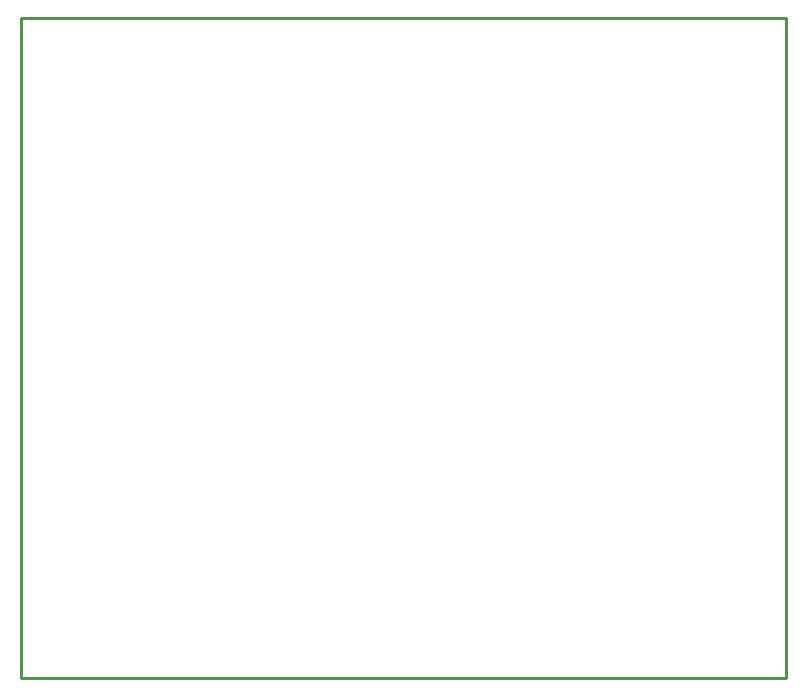
<source format=gko>
%FSAX25Y25*%
%MOIN*%
G70*
G01*
G75*
G04 Layer_Color=16711935*
%ADD10O,0.06496X0.01181*%
%ADD11R,0.05906X0.05906*%
%ADD12O,0.07480X0.02362*%
%ADD13O,0.08268X0.01772*%
%ADD14R,0.05118X0.03937*%
%ADD15O,0.01181X0.06890*%
%ADD16O,0.06890X0.01181*%
%ADD17R,0.05512X0.05512*%
%ADD18R,0.03937X0.05118*%
%ADD19C,0.01000*%
%ADD20C,0.01400*%
%ADD21C,0.02000*%
%ADD22C,0.01200*%
%ADD23C,0.01600*%
%ADD24C,0.05906*%
%ADD25C,0.02362*%
%ADD26R,0.05906X0.05906*%
%ADD27C,0.03000*%
%ADD28R,0.09843X0.07874*%
%ADD29R,0.09055X0.01969*%
%ADD30C,0.00984*%
%ADD31C,0.02362*%
%ADD32C,0.00787*%
%ADD33C,0.00800*%
%ADD34O,0.07296X0.01981*%
%ADD35R,0.06706X0.06706*%
%ADD36O,0.08280X0.03162*%
%ADD37O,0.09068X0.02572*%
%ADD38R,0.05918X0.04737*%
%ADD39O,0.01981X0.07690*%
%ADD40O,0.07690X0.01981*%
%ADD41R,0.06312X0.06312*%
%ADD42R,0.04737X0.05918*%
%ADD43C,0.06706*%
%ADD44C,0.03162*%
%ADD45R,0.06706X0.06706*%
%ADD46C,0.03800*%
%ADD47R,0.10642X0.08674*%
%ADD48R,0.09855X0.02769*%
%ADD49C,0.00394*%
%ADD50C,0.00600*%
%ADD51C,0.00118*%
D19*
X0205000Y0342000D02*
X0205000Y0562000D01*
X0460000Y0562000D01*
X0460000Y0342000D02*
X0460000Y0562000D01*
X0205000Y0342000D02*
X0460000Y0342000D01*
M02*

</source>
